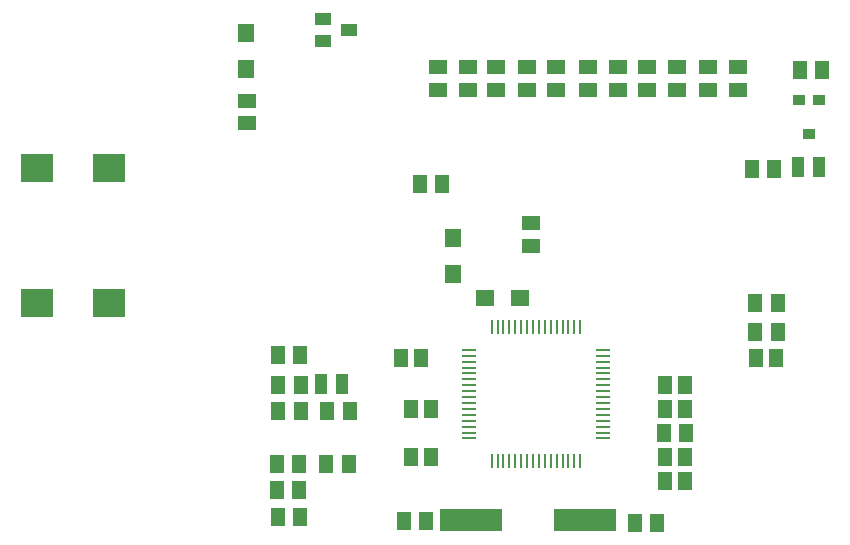
<source format=gbr>
G04 EAGLE Gerber RS-274X export*
G75*
%MOMM*%
%FSLAX34Y34*%
%LPD*%
%INSolderpaste Top*%
%IPPOS*%
%AMOC8*
5,1,8,0,0,1.08239X$1,22.5*%
G01*
%ADD10R,5.334000X1.930400*%
%ADD11R,1.300000X1.500000*%
%ADD12R,1.020000X1.780000*%
%ADD13R,1.400000X1.600000*%
%ADD14R,1.500000X1.300000*%
%ADD15R,1.000000X0.900000*%
%ADD16R,1.100000X0.900000*%
%ADD17R,1.400000X1.000000*%
%ADD18R,0.228600X1.200000*%
%ADD19R,1.200000X0.228600*%
%ADD20R,1.300000X1.600000*%
%ADD21R,1.600000X1.400000*%
%ADD22R,2.800000X2.400000*%


D10*
X579374Y157226D03*
X675894Y157226D03*
D11*
X434188Y297180D03*
X415188Y297180D03*
X434188Y159766D03*
X415188Y159766D03*
X414553Y183007D03*
X433553Y183007D03*
X414553Y205232D03*
X433553Y205232D03*
X415696Y249936D03*
X434696Y249936D03*
X415696Y272161D03*
X434696Y272161D03*
X475463Y205359D03*
X456463Y205359D03*
X457352Y250190D03*
X476352Y250190D03*
D12*
X470164Y272669D03*
X452364Y272669D03*
D11*
X541122Y156464D03*
X522122Y156464D03*
X717448Y154940D03*
X736448Y154940D03*
X535457Y441706D03*
X554457Y441706D03*
D13*
X563880Y396000D03*
X563880Y366000D03*
D14*
X389636Y512420D03*
X389636Y493420D03*
D12*
X874024Y456692D03*
X856224Y456692D03*
D11*
X835508Y455168D03*
X816508Y455168D03*
X857148Y538480D03*
X876148Y538480D03*
D14*
X550672Y540868D03*
X550672Y521868D03*
X576580Y540868D03*
X576580Y521868D03*
X600456Y540868D03*
X600456Y521868D03*
X626364Y540868D03*
X626364Y521868D03*
X804672Y540868D03*
X804672Y521868D03*
X753364Y540868D03*
X753364Y521868D03*
X779272Y540868D03*
X779272Y521868D03*
X629920Y389788D03*
X629920Y408788D03*
D15*
X873624Y513356D03*
X856624Y513356D03*
D16*
X865124Y484356D03*
D17*
X475312Y572516D03*
X453312Y563016D03*
X453312Y582016D03*
D14*
X727964Y540868D03*
X727964Y521868D03*
X703072Y540868D03*
X703072Y521868D03*
X678180Y540868D03*
X678180Y521868D03*
X651256Y540868D03*
X651256Y521868D03*
D13*
X388620Y569736D03*
X388620Y539736D03*
D18*
X671484Y321160D03*
X666484Y321160D03*
X661484Y321160D03*
X656484Y321160D03*
X651484Y321160D03*
X646484Y321160D03*
X641484Y321160D03*
X636484Y321160D03*
X631484Y321160D03*
X626484Y321160D03*
X621484Y321160D03*
X616484Y321160D03*
X611484Y321160D03*
X606484Y321160D03*
X601484Y321160D03*
X596484Y321160D03*
D19*
X576984Y301660D03*
X576984Y296660D03*
X576984Y291660D03*
X576984Y286660D03*
X576984Y281660D03*
X576984Y276660D03*
X576984Y271660D03*
X576984Y266660D03*
X576984Y261660D03*
X576984Y256660D03*
X576984Y251660D03*
X576984Y246660D03*
X576984Y241660D03*
X576984Y236660D03*
X576984Y231660D03*
X576984Y226660D03*
D18*
X596484Y207160D03*
X601484Y207160D03*
X606484Y207160D03*
X611484Y207160D03*
X616484Y207160D03*
X621484Y207160D03*
X626484Y207160D03*
X631484Y207160D03*
X636484Y207160D03*
X641484Y207160D03*
X646484Y207160D03*
X651484Y207160D03*
X656484Y207160D03*
X661484Y207160D03*
X666484Y207160D03*
X671484Y207160D03*
D19*
X690984Y226660D03*
X690984Y231660D03*
X690984Y236660D03*
X690984Y241660D03*
X690984Y246660D03*
X690984Y251660D03*
X690984Y256660D03*
X690984Y261660D03*
X690984Y266660D03*
X690984Y271660D03*
X690984Y276660D03*
X690984Y281660D03*
X690984Y286660D03*
X690984Y291660D03*
X690984Y296660D03*
X690984Y301660D03*
D11*
X743340Y211328D03*
X760340Y211328D03*
X544948Y251968D03*
X527948Y251968D03*
X544948Y211328D03*
X527948Y211328D03*
X743340Y191008D03*
X760340Y191008D03*
X743340Y251968D03*
X760340Y251968D03*
X743340Y272288D03*
X760340Y272288D03*
D20*
X819556Y341376D03*
X838556Y341376D03*
D11*
X820556Y294640D03*
X837556Y294640D03*
D20*
X819556Y316992D03*
X838556Y316992D03*
X761340Y231648D03*
X742340Y231648D03*
D21*
X620536Y345440D03*
X590536Y345440D03*
D11*
X536820Y294640D03*
X519820Y294640D03*
D22*
X211328Y455272D03*
X211328Y341272D03*
X272328Y455272D03*
X272328Y341272D03*
M02*

</source>
